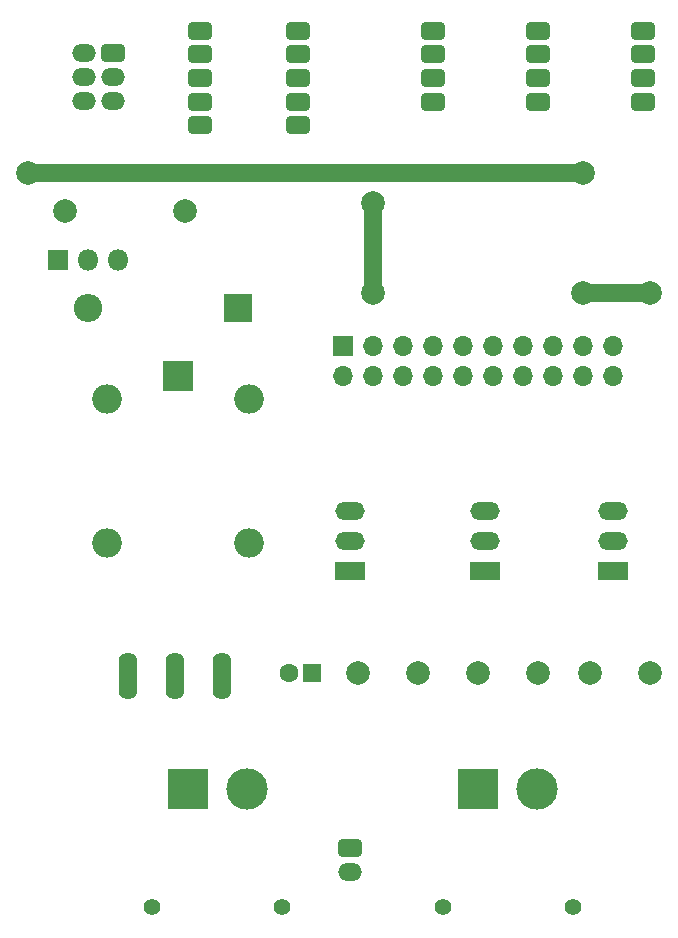
<source format=gbr>
%TF.GenerationSoftware,KiCad,Pcbnew,(6.0.0)*%
%TF.CreationDate,2022-03-06T17:11:13+01:00*%
%TF.ProjectId,Alimentation,416c696d-656e-4746-9174-696f6e2e6b69,rev?*%
%TF.SameCoordinates,Original*%
%TF.FileFunction,Copper,L1,Top*%
%TF.FilePolarity,Positive*%
%FSLAX46Y46*%
G04 Gerber Fmt 4.6, Leading zero omitted, Abs format (unit mm)*
G04 Created by KiCad (PCBNEW (6.0.0)) date 2022-03-06 17:11:13*
%MOMM*%
%LPD*%
G01*
G04 APERTURE LIST*
G04 Aperture macros list*
%AMRoundRect*
0 Rectangle with rounded corners*
0 $1 Rounding radius*
0 $2 $3 $4 $5 $6 $7 $8 $9 X,Y pos of 4 corners*
0 Add a 4 corners polygon primitive as box body*
4,1,4,$2,$3,$4,$5,$6,$7,$8,$9,$2,$3,0*
0 Add four circle primitives for the rounded corners*
1,1,$1+$1,$2,$3*
1,1,$1+$1,$4,$5*
1,1,$1+$1,$6,$7*
1,1,$1+$1,$8,$9*
0 Add four rect primitives between the rounded corners*
20,1,$1+$1,$2,$3,$4,$5,0*
20,1,$1+$1,$4,$5,$6,$7,0*
20,1,$1+$1,$6,$7,$8,$9,0*
20,1,$1+$1,$8,$9,$2,$3,0*%
G04 Aperture macros list end*
%TA.AperFunction,ComponentPad*%
%ADD10C,2.000000*%
%TD*%
%TA.AperFunction,ComponentPad*%
%ADD11RoundRect,0.312500X0.687500X-0.437500X0.687500X0.437500X-0.687500X0.437500X-0.687500X-0.437500X0*%
%TD*%
%TA.AperFunction,ComponentPad*%
%ADD12O,2.000000X1.500000*%
%TD*%
%TA.AperFunction,ComponentPad*%
%ADD13RoundRect,0.312500X-0.687500X0.437500X-0.687500X-0.437500X0.687500X-0.437500X0.687500X0.437500X0*%
%TD*%
%TA.AperFunction,ComponentPad*%
%ADD14R,2.500000X2.500000*%
%TD*%
%TA.AperFunction,ComponentPad*%
%ADD15O,2.500000X2.500000*%
%TD*%
%TA.AperFunction,ComponentPad*%
%ADD16R,2.500000X1.500000*%
%TD*%
%TA.AperFunction,ComponentPad*%
%ADD17O,2.500000X1.500000*%
%TD*%
%TA.AperFunction,ComponentPad*%
%ADD18R,1.700000X1.700000*%
%TD*%
%TA.AperFunction,ComponentPad*%
%ADD19O,1.700000X1.700000*%
%TD*%
%TA.AperFunction,ComponentPad*%
%ADD20R,2.400000X2.400000*%
%TD*%
%TA.AperFunction,ComponentPad*%
%ADD21O,2.400000X2.400000*%
%TD*%
%TA.AperFunction,ComponentPad*%
%ADD22C,1.400000*%
%TD*%
%TA.AperFunction,ComponentPad*%
%ADD23R,3.500000X3.500000*%
%TD*%
%TA.AperFunction,ComponentPad*%
%ADD24C,3.500000*%
%TD*%
%TA.AperFunction,ComponentPad*%
%ADD25R,1.800000X1.800000*%
%TD*%
%TA.AperFunction,ComponentPad*%
%ADD26O,1.800000X1.800000*%
%TD*%
%TA.AperFunction,ComponentPad*%
%ADD27R,1.600000X1.600000*%
%TD*%
%TA.AperFunction,ComponentPad*%
%ADD28C,1.600000*%
%TD*%
%TA.AperFunction,ComponentPad*%
%ADD29O,1.600000X4.000000*%
%TD*%
%TA.AperFunction,ViaPad*%
%ADD30C,2.000000*%
%TD*%
%TA.AperFunction,Conductor*%
%ADD31C,1.500000*%
%TD*%
G04 APERTURE END LIST*
D10*
%TO.P,R1,1*%
%TO.N,Net-(Q1-Pad3)*%
X104267000Y-61468000D03*
%TO.P,R1,2*%
%TO.N,cmd_relais*%
X94107000Y-61468000D03*
%TD*%
D11*
%TO.P,J6,1,Pin_1*%
%TO.N,can_H*%
X98117000Y-48133000D03*
D12*
%TO.P,J6,2,Pin_2*%
%TO.N,5VRPI*%
X95717000Y-48133000D03*
%TO.P,J6,3,Pin_3*%
%TO.N,can_L*%
X98117000Y-50133000D03*
%TO.P,J6,4,Pin_4*%
%TO.N,cmd_relais*%
X95717000Y-50133000D03*
%TO.P,J6,5,Pin_5*%
%TO.N,unconnected-(J6-Pad5)*%
X98117000Y-52133000D03*
%TO.P,J6,6,Pin_6*%
%TO.N,GND*%
X95717000Y-52133000D03*
%TD*%
D13*
%TO.P,J1,1,Pin_1*%
%TO.N,GND*%
X143002000Y-46228000D03*
%TO.P,J1,2,Pin_2*%
%TO.N,can_H*%
X143002000Y-48228000D03*
%TO.P,J1,3,Pin_3*%
%TO.N,can_L*%
X143002000Y-50228000D03*
%TO.P,J1,4,Pin_4*%
%TO.N,5Vout1*%
X143002000Y-52228000D03*
%TD*%
%TO.P,J2,1,Pin_1*%
%TO.N,GND*%
X134112000Y-46228000D03*
%TO.P,J2,2,Pin_2*%
%TO.N,can_H*%
X134112000Y-48228000D03*
%TO.P,J2,3,Pin_3*%
%TO.N,can_L*%
X134112000Y-50228000D03*
%TO.P,J2,4,Pin_4*%
%TO.N,5Vout2*%
X134112000Y-52228000D03*
%TD*%
%TO.P,J3,1,Pin_1*%
%TO.N,GND*%
X125222000Y-46228000D03*
%TO.P,J3,2,Pin_2*%
%TO.N,can_H*%
X125222000Y-48228000D03*
%TO.P,J3,3,Pin_3*%
%TO.N,can_L*%
X125222000Y-50228000D03*
%TO.P,J3,4,Pin_4*%
%TO.N,5Vout3*%
X125222000Y-52228000D03*
%TD*%
%TO.P,J5,1,Pin_1*%
%TO.N,GND*%
X105537000Y-46228000D03*
%TO.P,J5,2,Pin_2*%
%TO.N,can_H*%
X105537000Y-48228000D03*
%TO.P,J5,3,Pin_3*%
%TO.N,can_L*%
X105537000Y-50228000D03*
%TO.P,J5,4,Pin_4*%
%TO.N,5Vout5*%
X105537000Y-52228000D03*
%TO.P,J5,5,Pin_5*%
%TO.N,12Vout2*%
X105537000Y-54228000D03*
%TD*%
%TO.P,J4,1,Pin_1*%
%TO.N,GND*%
X113792000Y-46228000D03*
%TO.P,J4,2,Pin_2*%
%TO.N,can_H*%
X113792000Y-48228000D03*
%TO.P,J4,3,Pin_3*%
%TO.N,can_L*%
X113792000Y-50228000D03*
%TO.P,J4,4,Pin_4*%
%TO.N,5Vout4*%
X113792000Y-52228000D03*
%TO.P,J4,5,Pin_5*%
%TO.N,12Vout1*%
X113792000Y-54228000D03*
%TD*%
D14*
%TO.P,K1,1*%
%TO.N,Vbatt*%
X103632000Y-75438000D03*
D15*
%TO.P,K1,2*%
%TO.N,Net-(D1-Pad2)*%
X97632000Y-77438000D03*
%TO.P,K1,3*%
%TO.N,Net-(K1-Pad3)*%
X97632000Y-89638000D03*
%TO.P,K1,4*%
%TO.N,Net-(K1-Pad4)*%
X109632000Y-89638000D03*
%TO.P,K1,5*%
%TO.N,12V*%
X109632000Y-77438000D03*
%TD*%
D16*
%TO.P,U2,1,Vin*%
%TO.N,Net-(F2-Pad1)*%
X129667000Y-91948000D03*
D17*
%TO.P,U2,2,GND*%
%TO.N,GND*%
X129667000Y-89408000D03*
%TO.P,U2,3,Vout*%
%TO.N,5V*%
X129667000Y-86868000D03*
%TD*%
D16*
%TO.P,U3,1,Vin*%
%TO.N,Net-(C1-Pad1)*%
X118237000Y-91948000D03*
D17*
%TO.P,U3,2,GND*%
%TO.N,GND*%
X118237000Y-89408000D03*
%TO.P,U3,3,Vout*%
%TO.N,12V*%
X118237000Y-86868000D03*
%TD*%
D18*
%TO.P,J7,1,Pin_1*%
%TO.N,12Vout2*%
X117602000Y-72898000D03*
D19*
%TO.P,J7,2,Pin_2*%
%TO.N,12V*%
X117602000Y-75438000D03*
%TO.P,J7,3,Pin_3*%
%TO.N,12Vout1*%
X120142000Y-72898000D03*
%TO.P,J7,4,Pin_4*%
%TO.N,12V*%
X120142000Y-75438000D03*
%TO.P,J7,5,Pin_5*%
%TO.N,5Vout5*%
X122682000Y-72898000D03*
%TO.P,J7,6,Pin_6*%
%TO.N,5V*%
X122682000Y-75438000D03*
%TO.P,J7,7,Pin_7*%
%TO.N,5Vout4*%
X125222000Y-72898000D03*
%TO.P,J7,8,Pin_8*%
%TO.N,5V*%
X125222000Y-75438000D03*
%TO.P,J7,9,Pin_9*%
%TO.N,5Vout3*%
X127762000Y-72898000D03*
%TO.P,J7,10,Pin_10*%
%TO.N,5V*%
X127762000Y-75438000D03*
%TO.P,J7,11,Pin_11*%
%TO.N,5Vout2*%
X130302000Y-72898000D03*
%TO.P,J7,12,Pin_12*%
%TO.N,5V*%
X130302000Y-75438000D03*
%TO.P,J7,13,Pin_13*%
%TO.N,5Vout1*%
X132842000Y-72898000D03*
%TO.P,J7,14,Pin_14*%
%TO.N,5V*%
X132842000Y-75438000D03*
%TO.P,J7,15,Pin_15*%
%TO.N,5VRPI*%
X135382000Y-72898000D03*
%TO.P,J7,16,Pin_16*%
%TO.N,Net-(J7-Pad16)*%
X135382000Y-75438000D03*
%TO.P,J7,17,Pin_17*%
%TO.N,can_L*%
X137922000Y-72898000D03*
%TO.P,J7,18,Pin_18*%
%TO.N,GND*%
X137922000Y-75438000D03*
%TO.P,J7,19,Pin_19*%
%TO.N,can_H*%
X140462000Y-72898000D03*
%TO.P,J7,20,Pin_20*%
%TO.N,unconnected-(J7-Pad20)*%
X140462000Y-75438000D03*
%TD*%
D20*
%TO.P,D1,1,K*%
%TO.N,12V*%
X108712000Y-69723000D03*
D21*
%TO.P,D1,2,A*%
%TO.N,Net-(D1-Pad2)*%
X96012000Y-69723000D03*
%TD*%
D16*
%TO.P,U1,1,Vin*%
%TO.N,Net-(F1-Pad1)*%
X140462000Y-91948000D03*
D17*
%TO.P,U1,2,GND*%
%TO.N,GND*%
X140462000Y-89408000D03*
%TO.P,U1,3,Vout*%
%TO.N,Net-(J7-Pad16)*%
X140462000Y-86868000D03*
%TD*%
D22*
%TO.P,J8,*%
%TO.N,*%
X137072000Y-120448000D03*
X126072000Y-120448000D03*
D23*
%TO.P,J8,1,Pin_1*%
%TO.N,GND*%
X129072000Y-110448000D03*
D24*
%TO.P,J8,2,Pin_2*%
%TO.N,Vbatt*%
X134072000Y-110448000D03*
%TD*%
D22*
%TO.P,J9,*%
%TO.N,*%
X112452000Y-120448000D03*
X101452000Y-120448000D03*
D23*
%TO.P,J9,1,Pin_1*%
%TO.N,GND*%
X104452000Y-110448000D03*
D24*
%TO.P,J9,2,Pin_2*%
%TO.N,VbattRelay*%
X109452000Y-110448000D03*
%TD*%
D25*
%TO.P,Q1,1,E*%
%TO.N,GND*%
X93472000Y-65653000D03*
D26*
%TO.P,Q1,2,C*%
%TO.N,Net-(D1-Pad2)*%
X96012000Y-65653000D03*
%TO.P,Q1,3,B*%
%TO.N,Net-(Q1-Pad3)*%
X98552000Y-65653000D03*
%TD*%
D13*
%TO.P,J10,1,Pin_1*%
%TO.N,can_L*%
X118237000Y-115443000D03*
D12*
%TO.P,J10,2,Pin_2*%
%TO.N,can_H*%
X118237000Y-117443000D03*
%TD*%
D10*
%TO.P,F2,1*%
%TO.N,Net-(F2-Pad1)*%
X134112000Y-100584000D03*
%TO.P,F2,2*%
%TO.N,Vbatt*%
X129032000Y-100584000D03*
%TD*%
D27*
%TO.P,C1,1*%
%TO.N,Net-(C1-Pad1)*%
X115001113Y-100584000D03*
D28*
%TO.P,C1,2*%
%TO.N,GND*%
X113001113Y-100584000D03*
%TD*%
D29*
%TO.P,SW1,1,A*%
%TO.N,Net-(K1-Pad3)*%
X99378000Y-100838000D03*
%TO.P,SW1,2,B*%
%TO.N,VbattRelay*%
X103378000Y-100838000D03*
%TO.P,SW1,3,C*%
%TO.N,Net-(K1-Pad4)*%
X107378000Y-100838000D03*
%TD*%
D10*
%TO.P,F3,1*%
%TO.N,Net-(C1-Pad1)*%
X118862000Y-100584000D03*
%TO.P,F3,2*%
%TO.N,VbattRelay*%
X123942000Y-100584000D03*
%TD*%
%TO.P,F1,1*%
%TO.N,Net-(F1-Pad1)*%
X138547000Y-100584000D03*
%TO.P,F1,2*%
%TO.N,Vbatt*%
X143627000Y-100584000D03*
%TD*%
D30*
%TO.N,can_L*%
X143637000Y-68453000D03*
X137922000Y-68453000D03*
%TO.N,12Vout1*%
X120142000Y-68453000D03*
X120142000Y-60833000D03*
%TO.N,5VRPI*%
X137922000Y-58293000D03*
X90932000Y-58293000D03*
%TD*%
D31*
%TO.N,can_L*%
X137922000Y-68453000D02*
X143637000Y-68453000D01*
%TO.N,12Vout1*%
X120142000Y-60833000D02*
X120142000Y-68453000D01*
%TO.N,5VRPI*%
X137922000Y-58293000D02*
X90932000Y-58293000D01*
%TD*%
M02*

</source>
